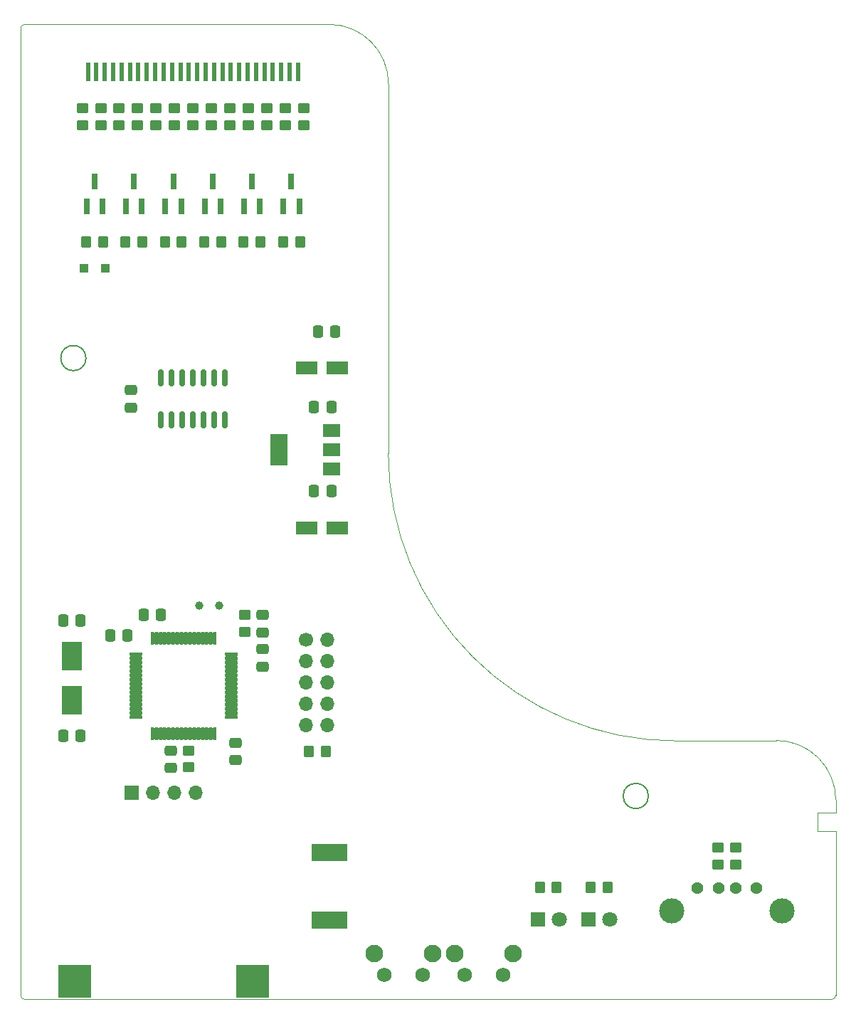
<source format=gbr>
G04 #@! TF.GenerationSoftware,KiCad,Pcbnew,(6.0.0)*
G04 #@! TF.CreationDate,2023-04-15T12:26:28+10:00*
G04 #@! TF.ProjectId,OpenFlops,4f70656e-466c-46f7-9073-2e6b69636164,1*
G04 #@! TF.SameCoordinates,Original*
G04 #@! TF.FileFunction,Soldermask,Top*
G04 #@! TF.FilePolarity,Negative*
%FSLAX46Y46*%
G04 Gerber Fmt 4.6, Leading zero omitted, Abs format (unit mm)*
G04 Created by KiCad (PCBNEW (6.0.0)) date 2023-04-15 12:26:28*
%MOMM*%
%LPD*%
G01*
G04 APERTURE LIST*
G04 Aperture macros list*
%AMRoundRect*
0 Rectangle with rounded corners*
0 $1 Rounding radius*
0 $2 $3 $4 $5 $6 $7 $8 $9 X,Y pos of 4 corners*
0 Add a 4 corners polygon primitive as box body*
4,1,4,$2,$3,$4,$5,$6,$7,$8,$9,$2,$3,0*
0 Add four circle primitives for the rounded corners*
1,1,$1+$1,$2,$3*
1,1,$1+$1,$4,$5*
1,1,$1+$1,$6,$7*
1,1,$1+$1,$8,$9*
0 Add four rect primitives between the rounded corners*
20,1,$1+$1,$2,$3,$4,$5,0*
20,1,$1+$1,$4,$5,$6,$7,0*
20,1,$1+$1,$6,$7,$8,$9,0*
20,1,$1+$1,$8,$9,$2,$3,0*%
G04 Aperture macros list end*
G04 #@! TA.AperFunction,Profile*
%ADD10C,0.050000*%
G04 #@! TD*
G04 #@! TA.AperFunction,Profile*
%ADD11C,0.200000*%
G04 #@! TD*
%ADD12RoundRect,0.250000X-0.350000X-0.450000X0.350000X-0.450000X0.350000X0.450000X-0.350000X0.450000X0*%
%ADD13RoundRect,0.250000X-0.450000X0.350000X-0.450000X-0.350000X0.450000X-0.350000X0.450000X0.350000X0*%
%ADD14RoundRect,0.250000X0.450000X-0.350000X0.450000X0.350000X-0.450000X0.350000X-0.450000X-0.350000X0*%
%ADD15R,0.800000X1.900000*%
%ADD16RoundRect,0.250000X-0.337500X-0.475000X0.337500X-0.475000X0.337500X0.475000X-0.337500X0.475000X0*%
%ADD17RoundRect,0.075000X-0.700000X-0.075000X0.700000X-0.075000X0.700000X0.075000X-0.700000X0.075000X0*%
%ADD18RoundRect,0.075000X-0.075000X-0.700000X0.075000X-0.700000X0.075000X0.700000X-0.075000X0.700000X0*%
%ADD19C,1.428000*%
%ADD20C,3.000000*%
%ADD21RoundRect,0.250000X0.350000X0.450000X-0.350000X0.450000X-0.350000X-0.450000X0.350000X-0.450000X0*%
%ADD22RoundRect,0.250000X0.475000X-0.337500X0.475000X0.337500X-0.475000X0.337500X-0.475000X-0.337500X0*%
%ADD23C,1.000000*%
%ADD24R,1.800000X1.800000*%
%ADD25C,1.800000*%
%ADD26R,4.000000X4.000000*%
%ADD27R,4.200000X2.000000*%
%ADD28R,2.000000X1.500000*%
%ADD29R,2.000000X3.800000*%
%ADD30R,0.600000X2.300000*%
%ADD31RoundRect,0.250000X-1.050000X-0.550000X1.050000X-0.550000X1.050000X0.550000X-1.050000X0.550000X0*%
%ADD32R,2.400000X3.500000*%
%ADD33RoundRect,0.250000X-0.475000X0.337500X-0.475000X-0.337500X0.475000X-0.337500X0.475000X0.337500X0*%
%ADD34R,1.700000X1.700000*%
%ADD35O,1.700000X1.700000*%
%ADD36R,1.000000X1.000000*%
%ADD37C,2.100000*%
%ADD38C,1.750000*%
%ADD39RoundRect,0.250000X0.337500X0.475000X-0.337500X0.475000X-0.337500X-0.475000X0.337500X-0.475000X0*%
%ADD40C,1.700000*%
%ADD41RoundRect,0.150000X0.150000X-0.825000X0.150000X0.825000X-0.150000X0.825000X-0.150000X-0.825000X0*%
G04 APERTURE END LIST*
D10*
X207450002Y-129425000D02*
X205275002Y-129425000D01*
X206973979Y-151605672D02*
G75*
G03*
X207448978Y-151129327I-674J475673D01*
G01*
D11*
X118225005Y-75300000D02*
G75*
G03*
X118225005Y-75300000I-1500005J0D01*
G01*
D10*
X154221823Y-42670673D02*
X154200002Y-86645673D01*
X188400001Y-120845674D02*
X200371621Y-120795672D01*
X207450000Y-131600000D02*
X205275000Y-131600000D01*
X110448671Y-151130873D02*
G75*
G03*
X110925018Y-151605876I475675J672D01*
G01*
X207446620Y-127870673D02*
X207450002Y-129425000D01*
X110923432Y-35605876D02*
X147146823Y-35595673D01*
X110923432Y-35605876D02*
G75*
G03*
X110448432Y-36082225I678J-475678D01*
G01*
X205275002Y-129425000D02*
X205275000Y-131600000D01*
X154200002Y-86645673D02*
G75*
G03*
X188400001Y-120845674I34199996J-5D01*
G01*
X207446620Y-127870673D02*
G75*
G03*
X200371621Y-120795672I-7074998J3D01*
G01*
X154221823Y-42670673D02*
G75*
G03*
X147146823Y-35595673I-7075002J-2D01*
G01*
X207448978Y-151129327D02*
X207450000Y-131600000D01*
X110448671Y-151130873D02*
X110448432Y-36082225D01*
X206973979Y-151605672D02*
X110925018Y-151605876D01*
D11*
X185150005Y-127400000D02*
G75*
G03*
X185150005Y-127400000I-1500005J0D01*
G01*
D10*
X207450002Y-129425000D02*
X205275002Y-129425000D01*
X206973979Y-151605672D02*
G75*
G03*
X207448978Y-151129327I-674J475673D01*
G01*
D11*
X118225005Y-75300000D02*
G75*
G03*
X118225005Y-75300000I-1500005J0D01*
G01*
D10*
X154221823Y-42670673D02*
X154200002Y-86645673D01*
X188400001Y-120845674D02*
X200371621Y-120795672D01*
X207450000Y-131600000D02*
X205275000Y-131600000D01*
X110448671Y-151130873D02*
G75*
G03*
X110925018Y-151605876I475675J672D01*
G01*
X207446620Y-127870673D02*
X207450002Y-129425000D01*
X110923432Y-35605876D02*
X147146823Y-35595673D01*
X110923432Y-35605876D02*
G75*
G03*
X110448432Y-36082225I678J-475678D01*
G01*
X205275002Y-129425000D02*
X205275000Y-131600000D01*
X154200002Y-86645673D02*
G75*
G03*
X188400001Y-120845674I34199996J-5D01*
G01*
X207446620Y-127870673D02*
G75*
G03*
X200371621Y-120795672I-7074998J3D01*
G01*
X154221823Y-42670673D02*
G75*
G03*
X147146823Y-35595673I-7075002J-2D01*
G01*
X207448978Y-151129327D02*
X207450000Y-131600000D01*
X110448671Y-151130873D02*
X110448432Y-36082225D01*
X206973979Y-151605672D02*
X110925018Y-151605876D01*
D11*
X185150005Y-127400000D02*
G75*
G03*
X185150005Y-127400000I-1500005J0D01*
G01*
D12*
X127614144Y-61445673D03*
X129614144Y-61445673D03*
X122932071Y-61445674D03*
X124932071Y-61445674D03*
D13*
X137547853Y-45595674D03*
X137547853Y-47595674D03*
D14*
X122177022Y-47595673D03*
X122177022Y-45595673D03*
D15*
X127664142Y-57245672D03*
X129564142Y-57245672D03*
X128614142Y-54245672D03*
D16*
X115512000Y-120245673D03*
X117587000Y-120245673D03*
D17*
X124164399Y-110545673D03*
X124164399Y-111045673D03*
X124164399Y-111545673D03*
X124164399Y-112045673D03*
X124164399Y-112545673D03*
X124164399Y-113045673D03*
X124164399Y-113545673D03*
X124164399Y-114045673D03*
X124164399Y-114545673D03*
X124164399Y-115045673D03*
X124164399Y-115545673D03*
X124164399Y-116045673D03*
X124164399Y-116545673D03*
X124164399Y-117045673D03*
X124164399Y-117545673D03*
X124164399Y-118045673D03*
D18*
X126089399Y-119970673D03*
X126589399Y-119970673D03*
X127089399Y-119970673D03*
X127589399Y-119970673D03*
X128089399Y-119970673D03*
X128589399Y-119970673D03*
X129089399Y-119970673D03*
X129589399Y-119970673D03*
X130089399Y-119970673D03*
X130589399Y-119970673D03*
X131089399Y-119970673D03*
X131589399Y-119970673D03*
X132089399Y-119970673D03*
X132589399Y-119970673D03*
X133089399Y-119970673D03*
X133589399Y-119970673D03*
D17*
X135514399Y-118045673D03*
X135514399Y-117545673D03*
X135514399Y-117045673D03*
X135514399Y-116545673D03*
X135514399Y-116045673D03*
X135514399Y-115545673D03*
X135514399Y-115045673D03*
X135514399Y-114545673D03*
X135514399Y-114045673D03*
X135514399Y-113545673D03*
X135514399Y-113045673D03*
X135514399Y-112545673D03*
X135514399Y-112045673D03*
X135514399Y-111545673D03*
X135514399Y-111045673D03*
X135514399Y-110545673D03*
D18*
X133589399Y-108620673D03*
X133089399Y-108620673D03*
X132589399Y-108620673D03*
X132089399Y-108620673D03*
X131589399Y-108620673D03*
X131089399Y-108620673D03*
X130589399Y-108620673D03*
X130089399Y-108620673D03*
X129589399Y-108620673D03*
X129089399Y-108620673D03*
X128589399Y-108620673D03*
X128089399Y-108620673D03*
X127589399Y-108620673D03*
X127089399Y-108620673D03*
X126589399Y-108620673D03*
X126089399Y-108620673D03*
D12*
X132296214Y-61445673D03*
X134296214Y-61445673D03*
D19*
X191000000Y-138365000D03*
X193500000Y-138365000D03*
X195500000Y-138365000D03*
X198000000Y-138365000D03*
D20*
X187930000Y-141075000D03*
X201070000Y-141075000D03*
D12*
X136978285Y-61445674D03*
X138978285Y-61445674D03*
D14*
X117785356Y-47595673D03*
X117785356Y-45595673D03*
D21*
X174225000Y-138312499D03*
X172225000Y-138312499D03*
D22*
X139211650Y-107953174D03*
X139211650Y-105878174D03*
D23*
X134050000Y-104775000D03*
D14*
X195525000Y-135574999D03*
X195525000Y-133574999D03*
D15*
X137028285Y-57245673D03*
X138928285Y-57245673D03*
X137978285Y-54245673D03*
D14*
X193425000Y-135575000D03*
X193425000Y-133575000D03*
D16*
X145362501Y-81145673D03*
X147437501Y-81145673D03*
X125062000Y-105845672D03*
X127137000Y-105845672D03*
D24*
X178025000Y-142050000D03*
D25*
X180565000Y-142050000D03*
D26*
X116900000Y-149475000D03*
D13*
X133156186Y-45595674D03*
X133156186Y-47595674D03*
D27*
X147225000Y-134150000D03*
X147225000Y-142150000D03*
D28*
X147450002Y-88495674D03*
D29*
X141150002Y-86195674D03*
D28*
X147450002Y-86195674D03*
X147450002Y-83895674D03*
D21*
X180275000Y-138312501D03*
X178275000Y-138312501D03*
D14*
X135352020Y-47595674D03*
X135352020Y-45595674D03*
D30*
X143460356Y-41255674D03*
X142460356Y-41255674D03*
X141460356Y-41255674D03*
X140460356Y-41255674D03*
X139460356Y-41255674D03*
X138460356Y-41255674D03*
X137460356Y-41255674D03*
X136460356Y-41255674D03*
X135460356Y-41255674D03*
X134460356Y-41255674D03*
X133460356Y-41255674D03*
X132460356Y-41255674D03*
X131460356Y-41255674D03*
X130460356Y-41255674D03*
X129460356Y-41255674D03*
X128460356Y-41255674D03*
X127460356Y-41255674D03*
X126460356Y-41255674D03*
X125460356Y-41255674D03*
X124460356Y-41255674D03*
X123460356Y-41255674D03*
X122460356Y-41255674D03*
X121460356Y-41255674D03*
X120460356Y-41255674D03*
X119460356Y-41255674D03*
X118460356Y-41255674D03*
D14*
X130960353Y-47595673D03*
X130960353Y-45595673D03*
D31*
X144500001Y-76445674D03*
X148100001Y-76445674D03*
D32*
X116549500Y-110795673D03*
X116549500Y-115995673D03*
D13*
X119981188Y-45595673D03*
X119981188Y-47595673D03*
D15*
X118300000Y-57245673D03*
X120200000Y-57245673D03*
X119250000Y-54245673D03*
X122982072Y-57245673D03*
X124882072Y-57245673D03*
X123932072Y-54245673D03*
D31*
X144500001Y-95495673D03*
X148100001Y-95495673D03*
D33*
X136049501Y-121058175D03*
X136049501Y-123133175D03*
D13*
X141939518Y-45595673D03*
X141939518Y-47595673D03*
D14*
X139743686Y-47595673D03*
X139743686Y-45595673D03*
X130425000Y-124000000D03*
X130425000Y-122000000D03*
D13*
X124372855Y-45595673D03*
X124372855Y-47595673D03*
D34*
X123662500Y-127000000D03*
D35*
X126202500Y-127000000D03*
X128742500Y-127000000D03*
X131282500Y-127000000D03*
D16*
X145812502Y-72145674D03*
X147887502Y-72145674D03*
X115512000Y-106545673D03*
X117587000Y-106545673D03*
D26*
X138050000Y-149450000D03*
D36*
X120500001Y-64645673D03*
X118000001Y-64645673D03*
D14*
X126568689Y-47595673D03*
X126568689Y-45595673D03*
X144135356Y-47595674D03*
X144135356Y-45595674D03*
D23*
X131700000Y-104750000D03*
D37*
X169075000Y-146172500D03*
X162065000Y-146172500D03*
D38*
X167825000Y-148662500D03*
X163325000Y-148662500D03*
D24*
X171975000Y-142075000D03*
D25*
X174515000Y-142075000D03*
D21*
X146761649Y-122095673D03*
X144761649Y-122095673D03*
D39*
X123187001Y-108295672D03*
X121112001Y-108295672D03*
D15*
X132346214Y-57245673D03*
X134246214Y-57245673D03*
X133296214Y-54245673D03*
D16*
X145362501Y-91145673D03*
X147437501Y-91145673D03*
D12*
X141700001Y-61445673D03*
X143700001Y-61445673D03*
D33*
X128275000Y-121987500D03*
X128275000Y-124062500D03*
D40*
X144436649Y-108815673D03*
D35*
X146976649Y-108815673D03*
X144436649Y-111355673D03*
X146976649Y-111355673D03*
X144436649Y-113895673D03*
X146976649Y-113895673D03*
X144436649Y-116435673D03*
X146976649Y-116435673D03*
X144436649Y-118975673D03*
X146976649Y-118975673D03*
D37*
X159500000Y-146160000D03*
X152490000Y-146160000D03*
D38*
X158250000Y-148650000D03*
X153750000Y-148650000D03*
D33*
X123550001Y-79108173D03*
X123550001Y-81183173D03*
D41*
X127090001Y-82620673D03*
X128360001Y-82620673D03*
X129630001Y-82620673D03*
X130900001Y-82620673D03*
X132170001Y-82620673D03*
X133440001Y-82620673D03*
X134710001Y-82620673D03*
X134710001Y-77670673D03*
X133440001Y-77670673D03*
X132170001Y-77670673D03*
X130900001Y-77670673D03*
X129630001Y-77670673D03*
X128360001Y-77670673D03*
X127090001Y-77670673D03*
D12*
X118250001Y-61445674D03*
X120250001Y-61445674D03*
D33*
X139211650Y-109953174D03*
X139211650Y-112028174D03*
D15*
X141710356Y-57245673D03*
X143610356Y-57245673D03*
X142660356Y-54245673D03*
D13*
X137100000Y-105850000D03*
X137100000Y-107850000D03*
X128764521Y-45595674D03*
X128764521Y-47595674D03*
G36*
X128445678Y-119247242D02*
G01*
X128445846Y-119248516D01*
X128441399Y-119270872D01*
X128441399Y-120670474D01*
X128445846Y-120692830D01*
X128445203Y-120694724D01*
X128443241Y-120695114D01*
X128442221Y-120694331D01*
X128441830Y-120693746D01*
X128388454Y-120649138D01*
X128319739Y-120640506D01*
X128257109Y-120670470D01*
X128237057Y-120693613D01*
X128236577Y-120694331D01*
X128234783Y-120695216D01*
X128233120Y-120694104D01*
X128232952Y-120692830D01*
X128237399Y-120670474D01*
X128237399Y-119270872D01*
X128232952Y-119248516D01*
X128233595Y-119246622D01*
X128235557Y-119246232D01*
X128236577Y-119247015D01*
X128236968Y-119247600D01*
X128290344Y-119292208D01*
X128359059Y-119300840D01*
X128421689Y-119270876D01*
X128441741Y-119247733D01*
X128442221Y-119247015D01*
X128444015Y-119246130D01*
X128445678Y-119247242D01*
G37*
G36*
X132945678Y-119247242D02*
G01*
X132945846Y-119248516D01*
X132941399Y-119270872D01*
X132941399Y-120670474D01*
X132945846Y-120692830D01*
X132945203Y-120694724D01*
X132943241Y-120695114D01*
X132942221Y-120694331D01*
X132941830Y-120693746D01*
X132888454Y-120649138D01*
X132819739Y-120640506D01*
X132757109Y-120670470D01*
X132737057Y-120693613D01*
X132736577Y-120694331D01*
X132734783Y-120695216D01*
X132733120Y-120694104D01*
X132732952Y-120692830D01*
X132737399Y-120670474D01*
X132737399Y-119270872D01*
X132732952Y-119248516D01*
X132733595Y-119246622D01*
X132735557Y-119246232D01*
X132736577Y-119247015D01*
X132736968Y-119247600D01*
X132790344Y-119292208D01*
X132859059Y-119300840D01*
X132921689Y-119270876D01*
X132941741Y-119247733D01*
X132942221Y-119247015D01*
X132944015Y-119246130D01*
X132945678Y-119247242D01*
G37*
G36*
X128945678Y-119247242D02*
G01*
X128945846Y-119248516D01*
X128941399Y-119270872D01*
X128941399Y-120670474D01*
X128945846Y-120692830D01*
X128945203Y-120694724D01*
X128943241Y-120695114D01*
X128942221Y-120694331D01*
X128941830Y-120693746D01*
X128888454Y-120649138D01*
X128819739Y-120640506D01*
X128757109Y-120670470D01*
X128737057Y-120693613D01*
X128736577Y-120694331D01*
X128734783Y-120695216D01*
X128733120Y-120694104D01*
X128732952Y-120692830D01*
X128737399Y-120670474D01*
X128737399Y-119270872D01*
X128732952Y-119248516D01*
X128733595Y-119246622D01*
X128735557Y-119246232D01*
X128736577Y-119247015D01*
X128736968Y-119247600D01*
X128790344Y-119292208D01*
X128859059Y-119300840D01*
X128921689Y-119270876D01*
X128941741Y-119247733D01*
X128942221Y-119247015D01*
X128944015Y-119246130D01*
X128945678Y-119247242D01*
G37*
G36*
X129445678Y-119247242D02*
G01*
X129445846Y-119248516D01*
X129441399Y-119270872D01*
X129441399Y-120670474D01*
X129445846Y-120692830D01*
X129445203Y-120694724D01*
X129443241Y-120695114D01*
X129442221Y-120694331D01*
X129441830Y-120693746D01*
X129388454Y-120649138D01*
X129319739Y-120640506D01*
X129257109Y-120670470D01*
X129237057Y-120693613D01*
X129236577Y-120694331D01*
X129234783Y-120695216D01*
X129233120Y-120694104D01*
X129232952Y-120692830D01*
X129237399Y-120670474D01*
X129237399Y-119270872D01*
X129232952Y-119248516D01*
X129233595Y-119246622D01*
X129235557Y-119246232D01*
X129236577Y-119247015D01*
X129236968Y-119247600D01*
X129290344Y-119292208D01*
X129359059Y-119300840D01*
X129421689Y-119270876D01*
X129441741Y-119247733D01*
X129442221Y-119247015D01*
X129444015Y-119246130D01*
X129445678Y-119247242D01*
G37*
G36*
X131945678Y-119247242D02*
G01*
X131945846Y-119248516D01*
X131941399Y-119270872D01*
X131941399Y-120670474D01*
X131945846Y-120692830D01*
X131945203Y-120694724D01*
X131943241Y-120695114D01*
X131942221Y-120694331D01*
X131941830Y-120693746D01*
X131888454Y-120649138D01*
X131819739Y-120640506D01*
X131757109Y-120670470D01*
X131737057Y-120693613D01*
X131736577Y-120694331D01*
X131734783Y-120695216D01*
X131733120Y-120694104D01*
X131732952Y-120692830D01*
X131737399Y-120670474D01*
X131737399Y-119270872D01*
X131732952Y-119248516D01*
X131733595Y-119246622D01*
X131735557Y-119246232D01*
X131736577Y-119247015D01*
X131736968Y-119247600D01*
X131790344Y-119292208D01*
X131859059Y-119300840D01*
X131921689Y-119270876D01*
X131941741Y-119247733D01*
X131942221Y-119247015D01*
X131944015Y-119246130D01*
X131945678Y-119247242D01*
G37*
G36*
X127445678Y-119247242D02*
G01*
X127445846Y-119248516D01*
X127441399Y-119270872D01*
X127441399Y-120670474D01*
X127445846Y-120692830D01*
X127445203Y-120694724D01*
X127443241Y-120695114D01*
X127442221Y-120694331D01*
X127441830Y-120693746D01*
X127388454Y-120649138D01*
X127319739Y-120640506D01*
X127257109Y-120670470D01*
X127237057Y-120693613D01*
X127236577Y-120694331D01*
X127234783Y-120695216D01*
X127233120Y-120694104D01*
X127232952Y-120692830D01*
X127237399Y-120670474D01*
X127237399Y-119270872D01*
X127232952Y-119248516D01*
X127233595Y-119246622D01*
X127235557Y-119246232D01*
X127236577Y-119247015D01*
X127236968Y-119247600D01*
X127290344Y-119292208D01*
X127359059Y-119300840D01*
X127421689Y-119270876D01*
X127441741Y-119247733D01*
X127442221Y-119247015D01*
X127444015Y-119246130D01*
X127445678Y-119247242D01*
G37*
G36*
X126945678Y-119247242D02*
G01*
X126945846Y-119248516D01*
X126941399Y-119270872D01*
X126941399Y-120670474D01*
X126945846Y-120692830D01*
X126945203Y-120694724D01*
X126943241Y-120695114D01*
X126942221Y-120694331D01*
X126941830Y-120693746D01*
X126888454Y-120649138D01*
X126819739Y-120640506D01*
X126757109Y-120670470D01*
X126737057Y-120693613D01*
X126736577Y-120694331D01*
X126734783Y-120695216D01*
X126733120Y-120694104D01*
X126732952Y-120692830D01*
X126737399Y-120670474D01*
X126737399Y-119270872D01*
X126732952Y-119248516D01*
X126733595Y-119246622D01*
X126735557Y-119246232D01*
X126736577Y-119247015D01*
X126736968Y-119247600D01*
X126790344Y-119292208D01*
X126859059Y-119300840D01*
X126921689Y-119270876D01*
X126941741Y-119247733D01*
X126942221Y-119247015D01*
X126944015Y-119246130D01*
X126945678Y-119247242D01*
G37*
G36*
X127945678Y-119247242D02*
G01*
X127945846Y-119248516D01*
X127941399Y-119270872D01*
X127941399Y-120670474D01*
X127945846Y-120692830D01*
X127945203Y-120694724D01*
X127943241Y-120695114D01*
X127942221Y-120694331D01*
X127941830Y-120693746D01*
X127888454Y-120649138D01*
X127819739Y-120640506D01*
X127757109Y-120670470D01*
X127737057Y-120693613D01*
X127736577Y-120694331D01*
X127734783Y-120695216D01*
X127733120Y-120694104D01*
X127732952Y-120692830D01*
X127737399Y-120670474D01*
X127737399Y-119270872D01*
X127732952Y-119248516D01*
X127733595Y-119246622D01*
X127735557Y-119246232D01*
X127736577Y-119247015D01*
X127736968Y-119247600D01*
X127790344Y-119292208D01*
X127859059Y-119300840D01*
X127921689Y-119270876D01*
X127941741Y-119247733D01*
X127942221Y-119247015D01*
X127944015Y-119246130D01*
X127945678Y-119247242D01*
G37*
G36*
X129945678Y-119247242D02*
G01*
X129945846Y-119248516D01*
X129941399Y-119270872D01*
X129941399Y-120670474D01*
X129945846Y-120692830D01*
X129945203Y-120694724D01*
X129943241Y-120695114D01*
X129942221Y-120694331D01*
X129941830Y-120693746D01*
X129888454Y-120649138D01*
X129819739Y-120640506D01*
X129757109Y-120670470D01*
X129737057Y-120693613D01*
X129736577Y-120694331D01*
X129734783Y-120695216D01*
X129733120Y-120694104D01*
X129732952Y-120692830D01*
X129737399Y-120670474D01*
X129737399Y-119270872D01*
X129732952Y-119248516D01*
X129733595Y-119246622D01*
X129735557Y-119246232D01*
X129736577Y-119247015D01*
X129736968Y-119247600D01*
X129790344Y-119292208D01*
X129859059Y-119300840D01*
X129921689Y-119270876D01*
X129941741Y-119247733D01*
X129942221Y-119247015D01*
X129944015Y-119246130D01*
X129945678Y-119247242D01*
G37*
G36*
X130945678Y-119247242D02*
G01*
X130945846Y-119248516D01*
X130941399Y-119270872D01*
X130941399Y-120670474D01*
X130945846Y-120692830D01*
X130945203Y-120694724D01*
X130943241Y-120695114D01*
X130942221Y-120694331D01*
X130941830Y-120693746D01*
X130888454Y-120649138D01*
X130819739Y-120640506D01*
X130757109Y-120670470D01*
X130737057Y-120693613D01*
X130736577Y-120694331D01*
X130734783Y-120695216D01*
X130733120Y-120694104D01*
X130732952Y-120692830D01*
X130737399Y-120670474D01*
X130737399Y-119270872D01*
X130732952Y-119248516D01*
X130733595Y-119246622D01*
X130735557Y-119246232D01*
X130736577Y-119247015D01*
X130736968Y-119247600D01*
X130790344Y-119292208D01*
X130859059Y-119300840D01*
X130921689Y-119270876D01*
X130941741Y-119247733D01*
X130942221Y-119247015D01*
X130944015Y-119246130D01*
X130945678Y-119247242D01*
G37*
G36*
X133445678Y-119247242D02*
G01*
X133445846Y-119248516D01*
X133441399Y-119270872D01*
X133441399Y-120670474D01*
X133445846Y-120692830D01*
X133445203Y-120694724D01*
X133443241Y-120695114D01*
X133442221Y-120694331D01*
X133441830Y-120693746D01*
X133388454Y-120649138D01*
X133319739Y-120640506D01*
X133257109Y-120670470D01*
X133237057Y-120693613D01*
X133236577Y-120694331D01*
X133234783Y-120695216D01*
X133233120Y-120694104D01*
X133232952Y-120692830D01*
X133237399Y-120670474D01*
X133237399Y-119270872D01*
X133232952Y-119248516D01*
X133233595Y-119246622D01*
X133235557Y-119246232D01*
X133236577Y-119247015D01*
X133236968Y-119247600D01*
X133290344Y-119292208D01*
X133359059Y-119300840D01*
X133421689Y-119270876D01*
X133441741Y-119247733D01*
X133442221Y-119247015D01*
X133444015Y-119246130D01*
X133445678Y-119247242D01*
G37*
G36*
X126445678Y-119247242D02*
G01*
X126445846Y-119248516D01*
X126441399Y-119270872D01*
X126441399Y-120670474D01*
X126445846Y-120692830D01*
X126445203Y-120694724D01*
X126443241Y-120695114D01*
X126442221Y-120694331D01*
X126441830Y-120693746D01*
X126388454Y-120649138D01*
X126319739Y-120640506D01*
X126257109Y-120670470D01*
X126237057Y-120693613D01*
X126236577Y-120694331D01*
X126234783Y-120695216D01*
X126233120Y-120694104D01*
X126232952Y-120692830D01*
X126237399Y-120670474D01*
X126237399Y-119270872D01*
X126232952Y-119248516D01*
X126233595Y-119246622D01*
X126235557Y-119246232D01*
X126236577Y-119247015D01*
X126236968Y-119247600D01*
X126290344Y-119292208D01*
X126359059Y-119300840D01*
X126421689Y-119270876D01*
X126441741Y-119247733D01*
X126442221Y-119247015D01*
X126444015Y-119246130D01*
X126445678Y-119247242D01*
G37*
G36*
X130445678Y-119247242D02*
G01*
X130445846Y-119248516D01*
X130441399Y-119270872D01*
X130441399Y-120670474D01*
X130445846Y-120692830D01*
X130445203Y-120694724D01*
X130443241Y-120695114D01*
X130442221Y-120694331D01*
X130441830Y-120693746D01*
X130388454Y-120649138D01*
X130319739Y-120640506D01*
X130257109Y-120670470D01*
X130237057Y-120693613D01*
X130236577Y-120694331D01*
X130234783Y-120695216D01*
X130233120Y-120694104D01*
X130232952Y-120692830D01*
X130237399Y-120670474D01*
X130237399Y-119270872D01*
X130232952Y-119248516D01*
X130233595Y-119246622D01*
X130235557Y-119246232D01*
X130236577Y-119247015D01*
X130236968Y-119247600D01*
X130290344Y-119292208D01*
X130359059Y-119300840D01*
X130421689Y-119270876D01*
X130441741Y-119247733D01*
X130442221Y-119247015D01*
X130444015Y-119246130D01*
X130445678Y-119247242D01*
G37*
G36*
X131445678Y-119247242D02*
G01*
X131445846Y-119248516D01*
X131441399Y-119270872D01*
X131441399Y-120670474D01*
X131445846Y-120692830D01*
X131445203Y-120694724D01*
X131443241Y-120695114D01*
X131442221Y-120694331D01*
X131441830Y-120693746D01*
X131388454Y-120649138D01*
X131319739Y-120640506D01*
X131257109Y-120670470D01*
X131237057Y-120693613D01*
X131236577Y-120694331D01*
X131234783Y-120695216D01*
X131233120Y-120694104D01*
X131232952Y-120692830D01*
X131237399Y-120670474D01*
X131237399Y-119270872D01*
X131232952Y-119248516D01*
X131233595Y-119246622D01*
X131235557Y-119246232D01*
X131236577Y-119247015D01*
X131236968Y-119247600D01*
X131290344Y-119292208D01*
X131359059Y-119300840D01*
X131421689Y-119270876D01*
X131441741Y-119247733D01*
X131442221Y-119247015D01*
X131444015Y-119246130D01*
X131445678Y-119247242D01*
G37*
G36*
X132445678Y-119247242D02*
G01*
X132445846Y-119248516D01*
X132441399Y-119270872D01*
X132441399Y-120670474D01*
X132445846Y-120692830D01*
X132445203Y-120694724D01*
X132443241Y-120695114D01*
X132442221Y-120694331D01*
X132441830Y-120693746D01*
X132388454Y-120649138D01*
X132319739Y-120640506D01*
X132257109Y-120670470D01*
X132237057Y-120693613D01*
X132236577Y-120694331D01*
X132234783Y-120695216D01*
X132233120Y-120694104D01*
X132232952Y-120692830D01*
X132237399Y-120670474D01*
X132237399Y-119270872D01*
X132232952Y-119248516D01*
X132233595Y-119246622D01*
X132235557Y-119246232D01*
X132236577Y-119247015D01*
X132236968Y-119247600D01*
X132290344Y-119292208D01*
X132359059Y-119300840D01*
X132421689Y-119270876D01*
X132441741Y-119247733D01*
X132442221Y-119247015D01*
X132444015Y-119246130D01*
X132445678Y-119247242D01*
G37*
G36*
X124888450Y-117689869D02*
G01*
X124888840Y-117691831D01*
X124888057Y-117692851D01*
X124887472Y-117693242D01*
X124842864Y-117746618D01*
X124834232Y-117815333D01*
X124864196Y-117877963D01*
X124887339Y-117898015D01*
X124888057Y-117898495D01*
X124888942Y-117900289D01*
X124887830Y-117901952D01*
X124886556Y-117902120D01*
X124864200Y-117897673D01*
X123464598Y-117897673D01*
X123442242Y-117902120D01*
X123440348Y-117901477D01*
X123439958Y-117899515D01*
X123440741Y-117898495D01*
X123441326Y-117898104D01*
X123485934Y-117844728D01*
X123494566Y-117776013D01*
X123464602Y-117713383D01*
X123441459Y-117693331D01*
X123440741Y-117692851D01*
X123439856Y-117691057D01*
X123440968Y-117689394D01*
X123442242Y-117689226D01*
X123464598Y-117693673D01*
X124864200Y-117693673D01*
X124886556Y-117689226D01*
X124888450Y-117689869D01*
G37*
G36*
X136238450Y-117689869D02*
G01*
X136238840Y-117691831D01*
X136238057Y-117692851D01*
X136237472Y-117693242D01*
X136192864Y-117746618D01*
X136184232Y-117815333D01*
X136214196Y-117877963D01*
X136237339Y-117898015D01*
X136238057Y-117898495D01*
X136238942Y-117900289D01*
X136237830Y-117901952D01*
X136236556Y-117902120D01*
X136214200Y-117897673D01*
X134814598Y-117897673D01*
X134792242Y-117902120D01*
X134790348Y-117901477D01*
X134789958Y-117899515D01*
X134790741Y-117898495D01*
X134791326Y-117898104D01*
X134835934Y-117844728D01*
X134844566Y-117776013D01*
X134814602Y-117713383D01*
X134791459Y-117693331D01*
X134790741Y-117692851D01*
X134789856Y-117691057D01*
X134790968Y-117689394D01*
X134792242Y-117689226D01*
X134814598Y-117693673D01*
X136214200Y-117693673D01*
X136236556Y-117689226D01*
X136238450Y-117689869D01*
G37*
G36*
X136238450Y-117189869D02*
G01*
X136238840Y-117191831D01*
X136238057Y-117192851D01*
X136237472Y-117193242D01*
X136192864Y-117246618D01*
X136184232Y-117315333D01*
X136214196Y-117377963D01*
X136237339Y-117398015D01*
X136238057Y-117398495D01*
X136238942Y-117400289D01*
X136237830Y-117401952D01*
X136236556Y-117402120D01*
X136214200Y-117397673D01*
X134814598Y-117397673D01*
X134792242Y-117402120D01*
X134790348Y-117401477D01*
X134789958Y-117399515D01*
X134790741Y-117398495D01*
X134791326Y-117398104D01*
X134835934Y-117344728D01*
X134844566Y-117276013D01*
X134814602Y-117213383D01*
X134791459Y-117193331D01*
X134790741Y-117192851D01*
X134789856Y-117191057D01*
X134790968Y-117189394D01*
X134792242Y-117189226D01*
X134814598Y-117193673D01*
X136214200Y-117193673D01*
X136236556Y-117189226D01*
X136238450Y-117189869D01*
G37*
G36*
X124888450Y-117189869D02*
G01*
X124888840Y-117191831D01*
X124888057Y-117192851D01*
X124887472Y-117193242D01*
X124842864Y-117246618D01*
X124834232Y-117315333D01*
X124864196Y-117377963D01*
X124887339Y-117398015D01*
X124888057Y-117398495D01*
X124888942Y-117400289D01*
X124887830Y-117401952D01*
X124886556Y-117402120D01*
X124864200Y-117397673D01*
X123464598Y-117397673D01*
X123442242Y-117402120D01*
X123440348Y-117401477D01*
X123439958Y-117399515D01*
X123440741Y-117398495D01*
X123441326Y-117398104D01*
X123485934Y-117344728D01*
X123494566Y-117276013D01*
X123464602Y-117213383D01*
X123441459Y-117193331D01*
X123440741Y-117192851D01*
X123439856Y-117191057D01*
X123440968Y-117189394D01*
X123442242Y-117189226D01*
X123464598Y-117193673D01*
X124864200Y-117193673D01*
X124886556Y-117189226D01*
X124888450Y-117189869D01*
G37*
G36*
X136238450Y-116689869D02*
G01*
X136238840Y-116691831D01*
X136238057Y-116692851D01*
X136237472Y-116693242D01*
X136192864Y-116746618D01*
X136184232Y-116815333D01*
X136214196Y-116877963D01*
X136237339Y-116898015D01*
X136238057Y-116898495D01*
X136238942Y-116900289D01*
X136237830Y-116901952D01*
X136236556Y-116902120D01*
X136214200Y-116897673D01*
X134814598Y-116897673D01*
X134792242Y-116902120D01*
X134790348Y-116901477D01*
X134789958Y-116899515D01*
X134790741Y-116898495D01*
X134791326Y-116898104D01*
X134835934Y-116844728D01*
X134844566Y-116776013D01*
X134814602Y-116713383D01*
X134791459Y-116693331D01*
X134790741Y-116692851D01*
X134789856Y-116691057D01*
X134790968Y-116689394D01*
X134792242Y-116689226D01*
X134814598Y-116693673D01*
X136214200Y-116693673D01*
X136236556Y-116689226D01*
X136238450Y-116689869D01*
G37*
G36*
X124888450Y-116689869D02*
G01*
X124888840Y-116691831D01*
X124888057Y-116692851D01*
X124887472Y-116693242D01*
X124842864Y-116746618D01*
X124834232Y-116815333D01*
X124864196Y-116877963D01*
X124887339Y-116898015D01*
X124888057Y-116898495D01*
X124888942Y-116900289D01*
X124887830Y-116901952D01*
X124886556Y-116902120D01*
X124864200Y-116897673D01*
X123464598Y-116897673D01*
X123442242Y-116902120D01*
X123440348Y-116901477D01*
X123439958Y-116899515D01*
X123440741Y-116898495D01*
X123441326Y-116898104D01*
X123485934Y-116844728D01*
X123494566Y-116776013D01*
X123464602Y-116713383D01*
X123441459Y-116693331D01*
X123440741Y-116692851D01*
X123439856Y-116691057D01*
X123440968Y-116689394D01*
X123442242Y-116689226D01*
X123464598Y-116693673D01*
X124864200Y-116693673D01*
X124886556Y-116689226D01*
X124888450Y-116689869D01*
G37*
G36*
X124888450Y-116189869D02*
G01*
X124888840Y-116191831D01*
X124888057Y-116192851D01*
X124887472Y-116193242D01*
X124842864Y-116246618D01*
X124834232Y-116315333D01*
X124864196Y-116377963D01*
X124887339Y-116398015D01*
X124888057Y-116398495D01*
X124888942Y-116400289D01*
X124887830Y-116401952D01*
X124886556Y-116402120D01*
X124864200Y-116397673D01*
X123464598Y-116397673D01*
X123442242Y-116402120D01*
X123440348Y-116401477D01*
X123439958Y-116399515D01*
X123440741Y-116398495D01*
X123441326Y-116398104D01*
X123485934Y-116344728D01*
X123494566Y-116276013D01*
X123464602Y-116213383D01*
X123441459Y-116193331D01*
X123440741Y-116192851D01*
X123439856Y-116191057D01*
X123440968Y-116189394D01*
X123442242Y-116189226D01*
X123464598Y-116193673D01*
X124864200Y-116193673D01*
X124886556Y-116189226D01*
X124888450Y-116189869D01*
G37*
G36*
X136238450Y-116189869D02*
G01*
X136238840Y-116191831D01*
X136238057Y-116192851D01*
X136237472Y-116193242D01*
X136192864Y-116246618D01*
X136184232Y-116315333D01*
X136214196Y-116377963D01*
X136237339Y-116398015D01*
X136238057Y-116398495D01*
X136238942Y-116400289D01*
X136237830Y-116401952D01*
X136236556Y-116402120D01*
X136214200Y-116397673D01*
X134814598Y-116397673D01*
X134792242Y-116402120D01*
X134790348Y-116401477D01*
X134789958Y-116399515D01*
X134790741Y-116398495D01*
X134791326Y-116398104D01*
X134835934Y-116344728D01*
X134844566Y-116276013D01*
X134814602Y-116213383D01*
X134791459Y-116193331D01*
X134790741Y-116192851D01*
X134789856Y-116191057D01*
X134790968Y-116189394D01*
X134792242Y-116189226D01*
X134814598Y-116193673D01*
X136214200Y-116193673D01*
X136236556Y-116189226D01*
X136238450Y-116189869D01*
G37*
G36*
X124888450Y-115689869D02*
G01*
X124888840Y-115691831D01*
X124888057Y-115692851D01*
X124887472Y-115693242D01*
X124842864Y-115746618D01*
X124834232Y-115815333D01*
X124864196Y-115877963D01*
X124887339Y-115898015D01*
X124888057Y-115898495D01*
X124888942Y-115900289D01*
X124887830Y-115901952D01*
X124886556Y-115902120D01*
X124864200Y-115897673D01*
X123464598Y-115897673D01*
X123442242Y-115902120D01*
X123440348Y-115901477D01*
X123439958Y-115899515D01*
X123440741Y-115898495D01*
X123441326Y-115898104D01*
X123485934Y-115844728D01*
X123494566Y-115776013D01*
X123464602Y-115713383D01*
X123441459Y-115693331D01*
X123440741Y-115692851D01*
X123439856Y-115691057D01*
X123440968Y-115689394D01*
X123442242Y-115689226D01*
X123464598Y-115693673D01*
X124864200Y-115693673D01*
X124886556Y-115689226D01*
X124888450Y-115689869D01*
G37*
G36*
X136238450Y-115689869D02*
G01*
X136238840Y-115691831D01*
X136238057Y-115692851D01*
X136237472Y-115693242D01*
X136192864Y-115746618D01*
X136184232Y-115815333D01*
X136214196Y-115877963D01*
X136237339Y-115898015D01*
X136238057Y-115898495D01*
X136238942Y-115900289D01*
X136237830Y-115901952D01*
X136236556Y-115902120D01*
X136214200Y-115897673D01*
X134814598Y-115897673D01*
X134792242Y-115902120D01*
X134790348Y-115901477D01*
X134789958Y-115899515D01*
X134790741Y-115898495D01*
X134791326Y-115898104D01*
X134835934Y-115844728D01*
X134844566Y-115776013D01*
X134814602Y-115713383D01*
X134791459Y-115693331D01*
X134790741Y-115692851D01*
X134789856Y-115691057D01*
X134790968Y-115689394D01*
X134792242Y-115689226D01*
X134814598Y-115693673D01*
X136214200Y-115693673D01*
X136236556Y-115689226D01*
X136238450Y-115689869D01*
G37*
G36*
X136238450Y-115189869D02*
G01*
X136238840Y-115191831D01*
X136238057Y-115192851D01*
X136237472Y-115193242D01*
X136192864Y-115246618D01*
X136184232Y-115315333D01*
X136214196Y-115377963D01*
X136237339Y-115398015D01*
X136238057Y-115398495D01*
X136238942Y-115400289D01*
X136237830Y-115401952D01*
X136236556Y-115402120D01*
X136214200Y-115397673D01*
X134814598Y-115397673D01*
X134792242Y-115402120D01*
X134790348Y-115401477D01*
X134789958Y-115399515D01*
X134790741Y-115398495D01*
X134791326Y-115398104D01*
X134835934Y-115344728D01*
X134844566Y-115276013D01*
X134814602Y-115213383D01*
X134791459Y-115193331D01*
X134790741Y-115192851D01*
X134789856Y-115191057D01*
X134790968Y-115189394D01*
X134792242Y-115189226D01*
X134814598Y-115193673D01*
X136214200Y-115193673D01*
X136236556Y-115189226D01*
X136238450Y-115189869D01*
G37*
G36*
X124888450Y-115189869D02*
G01*
X124888840Y-115191831D01*
X124888057Y-115192851D01*
X124887472Y-115193242D01*
X124842864Y-115246618D01*
X124834232Y-115315333D01*
X124864196Y-115377963D01*
X124887339Y-115398015D01*
X124888057Y-115398495D01*
X124888942Y-115400289D01*
X124887830Y-115401952D01*
X124886556Y-115402120D01*
X124864200Y-115397673D01*
X123464598Y-115397673D01*
X123442242Y-115402120D01*
X123440348Y-115401477D01*
X123439958Y-115399515D01*
X123440741Y-115398495D01*
X123441326Y-115398104D01*
X123485934Y-115344728D01*
X123494566Y-115276013D01*
X123464602Y-115213383D01*
X123441459Y-115193331D01*
X123440741Y-115192851D01*
X123439856Y-115191057D01*
X123440968Y-115189394D01*
X123442242Y-115189226D01*
X123464598Y-115193673D01*
X124864200Y-115193673D01*
X124886556Y-115189226D01*
X124888450Y-115189869D01*
G37*
G36*
X136238450Y-114689869D02*
G01*
X136238840Y-114691831D01*
X136238057Y-114692851D01*
X136237472Y-114693242D01*
X136192864Y-114746618D01*
X136184232Y-114815333D01*
X136214196Y-114877963D01*
X136237339Y-114898015D01*
X136238057Y-114898495D01*
X136238942Y-114900289D01*
X136237830Y-114901952D01*
X136236556Y-114902120D01*
X136214200Y-114897673D01*
X134814598Y-114897673D01*
X134792242Y-114902120D01*
X134790348Y-114901477D01*
X134789958Y-114899515D01*
X134790741Y-114898495D01*
X134791326Y-114898104D01*
X134835934Y-114844728D01*
X134844566Y-114776013D01*
X134814602Y-114713383D01*
X134791459Y-114693331D01*
X134790741Y-114692851D01*
X134789856Y-114691057D01*
X134790968Y-114689394D01*
X134792242Y-114689226D01*
X134814598Y-114693673D01*
X136214200Y-114693673D01*
X136236556Y-114689226D01*
X136238450Y-114689869D01*
G37*
G36*
X124888450Y-114689869D02*
G01*
X124888840Y-114691831D01*
X124888057Y-114692851D01*
X124887472Y-114693242D01*
X124842864Y-114746618D01*
X124834232Y-114815333D01*
X124864196Y-114877963D01*
X124887339Y-114898015D01*
X124888057Y-114898495D01*
X124888942Y-114900289D01*
X124887830Y-114901952D01*
X124886556Y-114902120D01*
X124864200Y-114897673D01*
X123464598Y-114897673D01*
X123442242Y-114902120D01*
X123440348Y-114901477D01*
X123439958Y-114899515D01*
X123440741Y-114898495D01*
X123441326Y-114898104D01*
X123485934Y-114844728D01*
X123494566Y-114776013D01*
X123464602Y-114713383D01*
X123441459Y-114693331D01*
X123440741Y-114692851D01*
X123439856Y-114691057D01*
X123440968Y-114689394D01*
X123442242Y-114689226D01*
X123464598Y-114693673D01*
X124864200Y-114693673D01*
X124886556Y-114689226D01*
X124888450Y-114689869D01*
G37*
G36*
X136238450Y-114189869D02*
G01*
X136238840Y-114191831D01*
X136238057Y-114192851D01*
X136237472Y-114193242D01*
X136192864Y-114246618D01*
X136184232Y-114315333D01*
X136214196Y-114377963D01*
X136237339Y-114398015D01*
X136238057Y-114398495D01*
X136238942Y-114400289D01*
X136237830Y-114401952D01*
X136236556Y-114402120D01*
X136214200Y-114397673D01*
X134814598Y-114397673D01*
X134792242Y-114402120D01*
X134790348Y-114401477D01*
X134789958Y-114399515D01*
X134790741Y-114398495D01*
X134791326Y-114398104D01*
X134835934Y-114344728D01*
X134844566Y-114276013D01*
X134814602Y-114213383D01*
X134791459Y-114193331D01*
X134790741Y-114192851D01*
X134789856Y-114191057D01*
X134790968Y-114189394D01*
X134792242Y-114189226D01*
X134814598Y-114193673D01*
X136214200Y-114193673D01*
X136236556Y-114189226D01*
X136238450Y-114189869D01*
G37*
G36*
X124888450Y-114189869D02*
G01*
X124888840Y-114191831D01*
X124888057Y-114192851D01*
X124887472Y-114193242D01*
X124842864Y-114246618D01*
X124834232Y-114315333D01*
X124864196Y-114377963D01*
X124887339Y-114398015D01*
X124888057Y-114398495D01*
X124888942Y-114400289D01*
X124887830Y-114401952D01*
X124886556Y-114402120D01*
X124864200Y-114397673D01*
X123464598Y-114397673D01*
X123442242Y-114402120D01*
X123440348Y-114401477D01*
X123439958Y-114399515D01*
X123440741Y-114398495D01*
X123441326Y-114398104D01*
X123485934Y-114344728D01*
X123494566Y-114276013D01*
X123464602Y-114213383D01*
X123441459Y-114193331D01*
X123440741Y-114192851D01*
X123439856Y-114191057D01*
X123440968Y-114189394D01*
X123442242Y-114189226D01*
X123464598Y-114193673D01*
X124864200Y-114193673D01*
X124886556Y-114189226D01*
X124888450Y-114189869D01*
G37*
G36*
X136238450Y-113689869D02*
G01*
X136238840Y-113691831D01*
X136238057Y-113692851D01*
X136237472Y-113693242D01*
X136192864Y-113746618D01*
X136184232Y-113815333D01*
X136214196Y-113877963D01*
X136237339Y-113898015D01*
X136238057Y-113898495D01*
X136238942Y-113900289D01*
X136237830Y-113901952D01*
X136236556Y-113902120D01*
X136214200Y-113897673D01*
X134814598Y-113897673D01*
X134792242Y-113902120D01*
X134790348Y-113901477D01*
X134789958Y-113899515D01*
X134790741Y-113898495D01*
X134791326Y-113898104D01*
X134835934Y-113844728D01*
X134844566Y-113776013D01*
X134814602Y-113713383D01*
X134791459Y-113693331D01*
X134790741Y-113692851D01*
X134789856Y-113691057D01*
X134790968Y-113689394D01*
X134792242Y-113689226D01*
X134814598Y-113693673D01*
X136214200Y-113693673D01*
X136236556Y-113689226D01*
X136238450Y-113689869D01*
G37*
G36*
X124888450Y-113689869D02*
G01*
X124888840Y-113691831D01*
X124888057Y-113692851D01*
X124887472Y-113693242D01*
X124842864Y-113746618D01*
X124834232Y-113815333D01*
X124864196Y-113877963D01*
X124887339Y-113898015D01*
X124888057Y-113898495D01*
X124888942Y-113900289D01*
X124887830Y-113901952D01*
X124886556Y-113902120D01*
X124864200Y-113897673D01*
X123464598Y-113897673D01*
X123442242Y-113902120D01*
X123440348Y-113901477D01*
X123439958Y-113899515D01*
X123440741Y-113898495D01*
X123441326Y-113898104D01*
X123485934Y-113844728D01*
X123494566Y-113776013D01*
X123464602Y-113713383D01*
X123441459Y-113693331D01*
X123440741Y-113692851D01*
X123439856Y-113691057D01*
X123440968Y-113689394D01*
X123442242Y-113689226D01*
X123464598Y-113693673D01*
X124864200Y-113693673D01*
X124886556Y-113689226D01*
X124888450Y-113689869D01*
G37*
G36*
X136238450Y-113189869D02*
G01*
X136238840Y-113191831D01*
X136238057Y-113192851D01*
X136237472Y-113193242D01*
X136192864Y-113246618D01*
X136184232Y-113315333D01*
X136214196Y-113377963D01*
X136237339Y-113398015D01*
X136238057Y-113398495D01*
X136238942Y-113400289D01*
X136237830Y-113401952D01*
X136236556Y-113402120D01*
X136214200Y-113397673D01*
X134814598Y-113397673D01*
X134792242Y-113402120D01*
X134790348Y-113401477D01*
X134789958Y-113399515D01*
X134790741Y-113398495D01*
X134791326Y-113398104D01*
X134835934Y-113344728D01*
X134844566Y-113276013D01*
X134814602Y-113213383D01*
X134791459Y-113193331D01*
X134790741Y-113192851D01*
X134789856Y-113191057D01*
X134790968Y-113189394D01*
X134792242Y-113189226D01*
X134814598Y-113193673D01*
X136214200Y-113193673D01*
X136236556Y-113189226D01*
X136238450Y-113189869D01*
G37*
G36*
X124888450Y-113189869D02*
G01*
X124888840Y-113191831D01*
X124888057Y-113192851D01*
X124887472Y-113193242D01*
X124842864Y-113246618D01*
X124834232Y-113315333D01*
X124864196Y-113377963D01*
X124887339Y-113398015D01*
X124888057Y-113398495D01*
X124888942Y-113400289D01*
X124887830Y-113401952D01*
X124886556Y-113402120D01*
X124864200Y-113397673D01*
X123464598Y-113397673D01*
X123442242Y-113402120D01*
X123440348Y-113401477D01*
X123439958Y-113399515D01*
X123440741Y-113398495D01*
X123441326Y-113398104D01*
X123485934Y-113344728D01*
X123494566Y-113276013D01*
X123464602Y-113213383D01*
X123441459Y-113193331D01*
X123440741Y-113192851D01*
X123439856Y-113191057D01*
X123440968Y-113189394D01*
X123442242Y-113189226D01*
X123464598Y-113193673D01*
X124864200Y-113193673D01*
X124886556Y-113189226D01*
X124888450Y-113189869D01*
G37*
G36*
X124888450Y-112689869D02*
G01*
X124888840Y-112691831D01*
X124888057Y-112692851D01*
X124887472Y-112693242D01*
X124842864Y-112746618D01*
X124834232Y-112815333D01*
X124864196Y-112877963D01*
X124887339Y-112898015D01*
X124888057Y-112898495D01*
X124888942Y-112900289D01*
X124887830Y-112901952D01*
X124886556Y-112902120D01*
X124864200Y-112897673D01*
X123464598Y-112897673D01*
X123442242Y-112902120D01*
X123440348Y-112901477D01*
X123439958Y-112899515D01*
X123440741Y-112898495D01*
X123441326Y-112898104D01*
X123485934Y-112844728D01*
X123494566Y-112776013D01*
X123464602Y-112713383D01*
X123441459Y-112693331D01*
X123440741Y-112692851D01*
X123439856Y-112691057D01*
X123440968Y-112689394D01*
X123442242Y-112689226D01*
X123464598Y-112693673D01*
X124864200Y-112693673D01*
X124886556Y-112689226D01*
X124888450Y-112689869D01*
G37*
G36*
X136238450Y-112689869D02*
G01*
X136238840Y-112691831D01*
X136238057Y-112692851D01*
X136237472Y-112693242D01*
X136192864Y-112746618D01*
X136184232Y-112815333D01*
X136214196Y-112877963D01*
X136237339Y-112898015D01*
X136238057Y-112898495D01*
X136238942Y-112900289D01*
X136237830Y-112901952D01*
X136236556Y-112902120D01*
X136214200Y-112897673D01*
X134814598Y-112897673D01*
X134792242Y-112902120D01*
X134790348Y-112901477D01*
X134789958Y-112899515D01*
X134790741Y-112898495D01*
X134791326Y-112898104D01*
X134835934Y-112844728D01*
X134844566Y-112776013D01*
X134814602Y-112713383D01*
X134791459Y-112693331D01*
X134790741Y-112692851D01*
X134789856Y-112691057D01*
X134790968Y-112689394D01*
X134792242Y-112689226D01*
X134814598Y-112693673D01*
X136214200Y-112693673D01*
X136236556Y-112689226D01*
X136238450Y-112689869D01*
G37*
G36*
X136238450Y-112189869D02*
G01*
X136238840Y-112191831D01*
X136238057Y-112192851D01*
X136237472Y-112193242D01*
X136192864Y-112246618D01*
X136184232Y-112315333D01*
X136214196Y-112377963D01*
X136237339Y-112398015D01*
X136238057Y-112398495D01*
X136238942Y-112400289D01*
X136237830Y-112401952D01*
X136236556Y-112402120D01*
X136214200Y-112397673D01*
X134814598Y-112397673D01*
X134792242Y-112402120D01*
X134790348Y-112401477D01*
X134789958Y-112399515D01*
X134790741Y-112398495D01*
X134791326Y-112398104D01*
X134835934Y-112344728D01*
X134844566Y-112276013D01*
X134814602Y-112213383D01*
X134791459Y-112193331D01*
X134790741Y-112192851D01*
X134789856Y-112191057D01*
X134790968Y-112189394D01*
X134792242Y-112189226D01*
X134814598Y-112193673D01*
X136214200Y-112193673D01*
X136236556Y-112189226D01*
X136238450Y-112189869D01*
G37*
G36*
X124888450Y-112189869D02*
G01*
X124888840Y-112191831D01*
X124888057Y-112192851D01*
X124887472Y-112193242D01*
X124842864Y-112246618D01*
X124834232Y-112315333D01*
X124864196Y-112377963D01*
X124887339Y-112398015D01*
X124888057Y-112398495D01*
X124888942Y-112400289D01*
X124887830Y-112401952D01*
X124886556Y-112402120D01*
X124864200Y-112397673D01*
X123464598Y-112397673D01*
X123442242Y-112402120D01*
X123440348Y-112401477D01*
X123439958Y-112399515D01*
X123440741Y-112398495D01*
X123441326Y-112398104D01*
X123485934Y-112344728D01*
X123494566Y-112276013D01*
X123464602Y-112213383D01*
X123441459Y-112193331D01*
X123440741Y-112192851D01*
X123439856Y-112191057D01*
X123440968Y-112189394D01*
X123442242Y-112189226D01*
X123464598Y-112193673D01*
X124864200Y-112193673D01*
X124886556Y-112189226D01*
X124888450Y-112189869D01*
G37*
G36*
X136238450Y-111689869D02*
G01*
X136238840Y-111691831D01*
X136238057Y-111692851D01*
X136237472Y-111693242D01*
X136192864Y-111746618D01*
X136184232Y-111815333D01*
X136214196Y-111877963D01*
X136237339Y-111898015D01*
X136238057Y-111898495D01*
X136238942Y-111900289D01*
X136237830Y-111901952D01*
X136236556Y-111902120D01*
X136214200Y-111897673D01*
X134814598Y-111897673D01*
X134792242Y-111902120D01*
X134790348Y-111901477D01*
X134789958Y-111899515D01*
X134790741Y-111898495D01*
X134791326Y-111898104D01*
X134835934Y-111844728D01*
X134844566Y-111776013D01*
X134814602Y-111713383D01*
X134791459Y-111693331D01*
X134790741Y-111692851D01*
X134789856Y-111691057D01*
X134790968Y-111689394D01*
X134792242Y-111689226D01*
X134814598Y-111693673D01*
X136214200Y-111693673D01*
X136236556Y-111689226D01*
X136238450Y-111689869D01*
G37*
G36*
X124888450Y-111689869D02*
G01*
X124888840Y-111691831D01*
X124888057Y-111692851D01*
X124887472Y-111693242D01*
X124842864Y-111746618D01*
X124834232Y-111815333D01*
X124864196Y-111877963D01*
X124887339Y-111898015D01*
X124888057Y-111898495D01*
X124888942Y-111900289D01*
X124887830Y-111901952D01*
X124886556Y-111902120D01*
X124864200Y-111897673D01*
X123464598Y-111897673D01*
X123442242Y-111902120D01*
X123440348Y-111901477D01*
X123439958Y-111899515D01*
X123440741Y-111898495D01*
X123441326Y-111898104D01*
X123485934Y-111844728D01*
X123494566Y-111776013D01*
X123464602Y-111713383D01*
X123441459Y-111693331D01*
X123440741Y-111692851D01*
X123439856Y-111691057D01*
X123440968Y-111689394D01*
X123442242Y-111689226D01*
X123464598Y-111693673D01*
X124864200Y-111693673D01*
X124886556Y-111689226D01*
X124888450Y-111689869D01*
G37*
G36*
X124888450Y-111189869D02*
G01*
X124888840Y-111191831D01*
X124888057Y-111192851D01*
X124887472Y-111193242D01*
X124842864Y-111246618D01*
X124834232Y-111315333D01*
X124864196Y-111377963D01*
X124887339Y-111398015D01*
X124888057Y-111398495D01*
X124888942Y-111400289D01*
X124887830Y-111401952D01*
X124886556Y-111402120D01*
X124864200Y-111397673D01*
X123464598Y-111397673D01*
X123442242Y-111402120D01*
X123440348Y-111401477D01*
X123439958Y-111399515D01*
X123440741Y-111398495D01*
X123441326Y-111398104D01*
X123485934Y-111344728D01*
X123494566Y-111276013D01*
X123464602Y-111213383D01*
X123441459Y-111193331D01*
X123440741Y-111192851D01*
X123439856Y-111191057D01*
X123440968Y-111189394D01*
X123442242Y-111189226D01*
X123464598Y-111193673D01*
X124864200Y-111193673D01*
X124886556Y-111189226D01*
X124888450Y-111189869D01*
G37*
G36*
X136238450Y-111189869D02*
G01*
X136238840Y-111191831D01*
X136238057Y-111192851D01*
X136237472Y-111193242D01*
X136192864Y-111246618D01*
X136184232Y-111315333D01*
X136214196Y-111377963D01*
X136237339Y-111398015D01*
X136238057Y-111398495D01*
X136238942Y-111400289D01*
X136237830Y-111401952D01*
X136236556Y-111402120D01*
X136214200Y-111397673D01*
X134814598Y-111397673D01*
X134792242Y-111402120D01*
X134790348Y-111401477D01*
X134789958Y-111399515D01*
X134790741Y-111398495D01*
X134791326Y-111398104D01*
X134835934Y-111344728D01*
X134844566Y-111276013D01*
X134814602Y-111213383D01*
X134791459Y-111193331D01*
X134790741Y-111192851D01*
X134789856Y-111191057D01*
X134790968Y-111189394D01*
X134792242Y-111189226D01*
X134814598Y-111193673D01*
X136214200Y-111193673D01*
X136236556Y-111189226D01*
X136238450Y-111189869D01*
G37*
G36*
X136238450Y-110689869D02*
G01*
X136238840Y-110691831D01*
X136238057Y-110692851D01*
X136237472Y-110693242D01*
X136192864Y-110746618D01*
X136184232Y-110815333D01*
X136214196Y-110877963D01*
X136237339Y-110898015D01*
X136238057Y-110898495D01*
X136238942Y-110900289D01*
X136237830Y-110901952D01*
X136236556Y-110902120D01*
X136214200Y-110897673D01*
X134814598Y-110897673D01*
X134792242Y-110902120D01*
X134790348Y-110901477D01*
X134789958Y-110899515D01*
X134790741Y-110898495D01*
X134791326Y-110898104D01*
X134835934Y-110844728D01*
X134844566Y-110776013D01*
X134814602Y-110713383D01*
X134791459Y-110693331D01*
X134790741Y-110692851D01*
X134789856Y-110691057D01*
X134790968Y-110689394D01*
X134792242Y-110689226D01*
X134814598Y-110693673D01*
X136214200Y-110693673D01*
X136236556Y-110689226D01*
X136238450Y-110689869D01*
G37*
G36*
X124888450Y-110689869D02*
G01*
X124888840Y-110691831D01*
X124888057Y-110692851D01*
X124887472Y-110693242D01*
X124842864Y-110746618D01*
X124834232Y-110815333D01*
X124864196Y-110877963D01*
X124887339Y-110898015D01*
X124888057Y-110898495D01*
X124888942Y-110900289D01*
X124887830Y-110901952D01*
X124886556Y-110902120D01*
X124864200Y-110897673D01*
X123464598Y-110897673D01*
X123442242Y-110902120D01*
X123440348Y-110901477D01*
X123439958Y-110899515D01*
X123440741Y-110898495D01*
X123441326Y-110898104D01*
X123485934Y-110844728D01*
X123494566Y-110776013D01*
X123464602Y-110713383D01*
X123441459Y-110693331D01*
X123440741Y-110692851D01*
X123439856Y-110691057D01*
X123440968Y-110689394D01*
X123442242Y-110689226D01*
X123464598Y-110693673D01*
X124864200Y-110693673D01*
X124886556Y-110689226D01*
X124888450Y-110689869D01*
G37*
G36*
X127945678Y-107897242D02*
G01*
X127945846Y-107898516D01*
X127941399Y-107920872D01*
X127941399Y-109320474D01*
X127945846Y-109342830D01*
X127945203Y-109344724D01*
X127943241Y-109345114D01*
X127942221Y-109344331D01*
X127941830Y-109343746D01*
X127888454Y-109299138D01*
X127819739Y-109290506D01*
X127757109Y-109320470D01*
X127737057Y-109343613D01*
X127736577Y-109344331D01*
X127734783Y-109345216D01*
X127733120Y-109344104D01*
X127732952Y-109342830D01*
X127737399Y-109320474D01*
X127737399Y-107920872D01*
X127732952Y-107898516D01*
X127733595Y-107896622D01*
X127735557Y-107896232D01*
X127736577Y-107897015D01*
X127736968Y-107897600D01*
X127790344Y-107942208D01*
X127859059Y-107950840D01*
X127921689Y-107920876D01*
X127941741Y-107897733D01*
X127942221Y-107897015D01*
X127944015Y-107896130D01*
X127945678Y-107897242D01*
G37*
G36*
X131945678Y-107897242D02*
G01*
X131945846Y-107898516D01*
X131941399Y-107920872D01*
X131941399Y-109320474D01*
X131945846Y-109342830D01*
X131945203Y-109344724D01*
X131943241Y-109345114D01*
X131942221Y-109344331D01*
X131941830Y-109343746D01*
X131888454Y-109299138D01*
X131819739Y-109290506D01*
X131757109Y-109320470D01*
X131737057Y-109343613D01*
X131736577Y-109344331D01*
X131734783Y-109345216D01*
X131733120Y-109344104D01*
X131732952Y-109342830D01*
X131737399Y-109320474D01*
X131737399Y-107920872D01*
X131732952Y-107898516D01*
X131733595Y-107896622D01*
X131735557Y-107896232D01*
X131736577Y-107897015D01*
X131736968Y-107897600D01*
X131790344Y-107942208D01*
X131859059Y-107950840D01*
X131921689Y-107920876D01*
X131941741Y-107897733D01*
X131942221Y-107897015D01*
X131944015Y-107896130D01*
X131945678Y-107897242D01*
G37*
G36*
X127445678Y-107897242D02*
G01*
X127445846Y-107898516D01*
X127441399Y-107920872D01*
X127441399Y-109320474D01*
X127445846Y-109342830D01*
X127445203Y-109344724D01*
X127443241Y-109345114D01*
X127442221Y-109344331D01*
X127441830Y-109343746D01*
X127388454Y-109299138D01*
X127319739Y-109290506D01*
X127257109Y-109320470D01*
X127237057Y-109343613D01*
X127236577Y-109344331D01*
X127234783Y-109345216D01*
X127233120Y-109344104D01*
X127232952Y-109342830D01*
X127237399Y-109320474D01*
X127237399Y-107920872D01*
X127232952Y-107898516D01*
X127233595Y-107896622D01*
X127235557Y-107896232D01*
X127236577Y-107897015D01*
X127236968Y-107897600D01*
X127290344Y-107942208D01*
X127359059Y-107950840D01*
X127421689Y-107920876D01*
X127441741Y-107897733D01*
X127442221Y-107897015D01*
X127444015Y-107896130D01*
X127445678Y-107897242D01*
G37*
G36*
X128445678Y-107897242D02*
G01*
X128445846Y-107898516D01*
X128441399Y-107920872D01*
X128441399Y-109320474D01*
X128445846Y-109342830D01*
X128445203Y-109344724D01*
X128443241Y-109345114D01*
X128442221Y-109344331D01*
X128441830Y-109343746D01*
X128388454Y-109299138D01*
X128319739Y-109290506D01*
X128257109Y-109320470D01*
X128237057Y-109343613D01*
X128236577Y-109344331D01*
X128234783Y-109345216D01*
X128233120Y-109344104D01*
X128232952Y-109342830D01*
X128237399Y-109320474D01*
X128237399Y-107920872D01*
X128232952Y-107898516D01*
X128233595Y-107896622D01*
X128235557Y-107896232D01*
X128236577Y-107897015D01*
X128236968Y-107897600D01*
X128290344Y-107942208D01*
X128359059Y-107950840D01*
X128421689Y-107920876D01*
X128441741Y-107897733D01*
X128442221Y-107897015D01*
X128444015Y-107896130D01*
X128445678Y-107897242D01*
G37*
G36*
X129445678Y-107897242D02*
G01*
X129445846Y-107898516D01*
X129441399Y-107920872D01*
X129441399Y-109320474D01*
X129445846Y-109342830D01*
X129445203Y-109344724D01*
X129443241Y-109345114D01*
X129442221Y-109344331D01*
X129441830Y-109343746D01*
X129388454Y-109299138D01*
X129319739Y-109290506D01*
X129257109Y-109320470D01*
X129237057Y-109343613D01*
X129236577Y-109344331D01*
X129234783Y-109345216D01*
X129233120Y-109344104D01*
X129232952Y-109342830D01*
X129237399Y-109320474D01*
X129237399Y-107920872D01*
X129232952Y-107898516D01*
X129233595Y-107896622D01*
X129235557Y-107896232D01*
X129236577Y-107897015D01*
X129236968Y-107897600D01*
X129290344Y-107942208D01*
X129359059Y-107950840D01*
X129421689Y-107920876D01*
X129441741Y-107897733D01*
X129442221Y-107897015D01*
X129444015Y-107896130D01*
X129445678Y-107897242D01*
G37*
G36*
X131445678Y-107897242D02*
G01*
X131445846Y-107898516D01*
X131441399Y-107920872D01*
X131441399Y-109320474D01*
X131445846Y-109342830D01*
X131445203Y-109344724D01*
X131443241Y-109345114D01*
X131442221Y-109344331D01*
X131441830Y-109343746D01*
X131388454Y-109299138D01*
X131319739Y-109290506D01*
X131257109Y-109320470D01*
X131237057Y-109343613D01*
X131236577Y-109344331D01*
X131234783Y-109345216D01*
X131233120Y-109344104D01*
X131232952Y-109342830D01*
X131237399Y-109320474D01*
X131237399Y-107920872D01*
X131232952Y-107898516D01*
X131233595Y-107896622D01*
X131235557Y-107896232D01*
X131236577Y-107897015D01*
X131236968Y-107897600D01*
X131290344Y-107942208D01*
X131359059Y-107950840D01*
X131421689Y-107920876D01*
X131441741Y-107897733D01*
X131442221Y-107897015D01*
X131444015Y-107896130D01*
X131445678Y-107897242D01*
G37*
G36*
X126445678Y-107897242D02*
G01*
X126445846Y-107898516D01*
X126441399Y-107920872D01*
X126441399Y-109320474D01*
X126445846Y-109342830D01*
X126445203Y-109344724D01*
X126443241Y-109345114D01*
X126442221Y-109344331D01*
X126441830Y-109343746D01*
X126388454Y-109299138D01*
X126319739Y-109290506D01*
X126257109Y-109320470D01*
X126237057Y-109343613D01*
X126236577Y-109344331D01*
X126234783Y-109345216D01*
X126233120Y-109344104D01*
X126232952Y-109342830D01*
X126237399Y-109320474D01*
X126237399Y-107920872D01*
X126232952Y-107898516D01*
X126233595Y-107896622D01*
X126235557Y-107896232D01*
X126236577Y-107897015D01*
X126236968Y-107897600D01*
X126290344Y-107942208D01*
X126359059Y-107950840D01*
X126421689Y-107920876D01*
X126441741Y-107897733D01*
X126442221Y-107897015D01*
X126444015Y-107896130D01*
X126445678Y-107897242D01*
G37*
G36*
X129945678Y-107897242D02*
G01*
X129945846Y-107898516D01*
X129941399Y-107920872D01*
X129941399Y-109320474D01*
X129945846Y-109342830D01*
X129945203Y-109344724D01*
X129943241Y-109345114D01*
X129942221Y-109344331D01*
X129941830Y-109343746D01*
X129888454Y-109299138D01*
X129819739Y-109290506D01*
X129757109Y-109320470D01*
X129737057Y-109343613D01*
X129736577Y-109344331D01*
X129734783Y-109345216D01*
X129733120Y-109344104D01*
X129732952Y-109342830D01*
X129737399Y-109320474D01*
X129737399Y-107920872D01*
X129732952Y-107898516D01*
X129733595Y-107896622D01*
X129735557Y-107896232D01*
X129736577Y-107897015D01*
X129736968Y-107897600D01*
X129790344Y-107942208D01*
X129859059Y-107950840D01*
X129921689Y-107920876D01*
X129941741Y-107897733D01*
X129942221Y-107897015D01*
X129944015Y-107896130D01*
X129945678Y-107897242D01*
G37*
G36*
X126945678Y-107897242D02*
G01*
X126945846Y-107898516D01*
X126941399Y-107920872D01*
X126941399Y-109320474D01*
X126945846Y-109342830D01*
X126945203Y-109344724D01*
X126943241Y-109345114D01*
X126942221Y-109344331D01*
X126941830Y-109343746D01*
X126888454Y-109299138D01*
X126819739Y-109290506D01*
X126757109Y-109320470D01*
X126737057Y-109343613D01*
X126736577Y-109344331D01*
X126734783Y-109345216D01*
X126733120Y-109344104D01*
X126732952Y-109342830D01*
X126737399Y-109320474D01*
X126737399Y-107920872D01*
X126732952Y-107898516D01*
X126733595Y-107896622D01*
X126735557Y-107896232D01*
X126736577Y-107897015D01*
X126736968Y-107897600D01*
X126790344Y-107942208D01*
X126859059Y-107950840D01*
X126921689Y-107920876D01*
X126941741Y-107897733D01*
X126942221Y-107897015D01*
X126944015Y-107896130D01*
X126945678Y-107897242D01*
G37*
G36*
X132945678Y-107897242D02*
G01*
X132945846Y-107898516D01*
X132941399Y-107920872D01*
X132941399Y-109320474D01*
X132945846Y-109342830D01*
X132945203Y-109344724D01*
X132943241Y-109345114D01*
X132942221Y-109344331D01*
X132941830Y-109343746D01*
X132888454Y-109299138D01*
X132819739Y-109290506D01*
X132757109Y-109320470D01*
X132737057Y-109343613D01*
X132736577Y-109344331D01*
X132734783Y-109345216D01*
X132733120Y-109344104D01*
X132732952Y-109342830D01*
X132737399Y-109320474D01*
X132737399Y-107920872D01*
X132732952Y-107898516D01*
X132733595Y-107896622D01*
X132735557Y-107896232D01*
X132736577Y-107897015D01*
X132736968Y-107897600D01*
X132790344Y-107942208D01*
X132859059Y-107950840D01*
X132921689Y-107920876D01*
X132941741Y-107897733D01*
X132942221Y-107897015D01*
X132944015Y-107896130D01*
X132945678Y-107897242D01*
G37*
G36*
X130945678Y-107897242D02*
G01*
X130945846Y-107898516D01*
X130941399Y-107920872D01*
X130941399Y-109320474D01*
X130945846Y-109342830D01*
X130945203Y-109344724D01*
X130943241Y-109345114D01*
X130942221Y-109344331D01*
X130941830Y-109343746D01*
X130888454Y-109299138D01*
X130819739Y-109290506D01*
X130757109Y-109320470D01*
X130737057Y-109343613D01*
X130736577Y-109344331D01*
X130734783Y-109345216D01*
X130733120Y-109344104D01*
X130732952Y-109342830D01*
X130737399Y-109320474D01*
X130737399Y-107920872D01*
X130732952Y-107898516D01*
X130733595Y-107896622D01*
X130735557Y-107896232D01*
X130736577Y-107897015D01*
X130736968Y-107897600D01*
X130790344Y-107942208D01*
X130859059Y-107950840D01*
X130921689Y-107920876D01*
X130941741Y-107897733D01*
X130942221Y-107897015D01*
X130944015Y-107896130D01*
X130945678Y-107897242D01*
G37*
G36*
X128945678Y-107897242D02*
G01*
X128945846Y-107898516D01*
X128941399Y-107920872D01*
X128941399Y-109320474D01*
X128945846Y-109342830D01*
X128945203Y-109344724D01*
X128943241Y-109345114D01*
X128942221Y-109344331D01*
X128941830Y-109343746D01*
X128888454Y-109299138D01*
X128819739Y-109290506D01*
X128757109Y-109320470D01*
X128737057Y-109343613D01*
X128736577Y-109344331D01*
X128734783Y-109345216D01*
X128733120Y-109344104D01*
X128732952Y-109342830D01*
X128737399Y-109320474D01*
X128737399Y-107920872D01*
X128732952Y-107898516D01*
X128733595Y-107896622D01*
X128735557Y-107896232D01*
X128736577Y-107897015D01*
X128736968Y-107897600D01*
X128790344Y-107942208D01*
X128859059Y-107950840D01*
X128921689Y-107920876D01*
X128941741Y-107897733D01*
X128942221Y-107897015D01*
X128944015Y-107896130D01*
X128945678Y-107897242D01*
G37*
G36*
X132445678Y-107897242D02*
G01*
X132445846Y-107898516D01*
X132441399Y-107920872D01*
X132441399Y-109320474D01*
X132445846Y-109342830D01*
X132445203Y-109344724D01*
X132443241Y-109345114D01*
X132442221Y-109344331D01*
X132441830Y-109343746D01*
X132388454Y-109299138D01*
X132319739Y-109290506D01*
X132257109Y-109320470D01*
X132237057Y-109343613D01*
X132236577Y-109344331D01*
X132234783Y-109345216D01*
X132233120Y-109344104D01*
X132232952Y-109342830D01*
X132237399Y-109320474D01*
X132237399Y-107920872D01*
X132232952Y-107898516D01*
X132233595Y-107896622D01*
X132235557Y-107896232D01*
X132236577Y-107897015D01*
X132236968Y-107897600D01*
X132290344Y-107942208D01*
X132359059Y-107950840D01*
X132421689Y-107920876D01*
X132441741Y-107897733D01*
X132442221Y-107897015D01*
X132444015Y-107896130D01*
X132445678Y-107897242D01*
G37*
G36*
X133445678Y-107897242D02*
G01*
X133445846Y-107898516D01*
X133441399Y-107920872D01*
X133441399Y-109320474D01*
X133445846Y-109342830D01*
X133445203Y-109344724D01*
X133443241Y-109345114D01*
X133442221Y-109344331D01*
X133441830Y-109343746D01*
X133388454Y-109299138D01*
X133319739Y-109290506D01*
X133257109Y-109320470D01*
X133237057Y-109343613D01*
X133236577Y-109344331D01*
X133234783Y-109345216D01*
X133233120Y-109344104D01*
X133232952Y-109342830D01*
X133237399Y-109320474D01*
X133237399Y-107920872D01*
X133232952Y-107898516D01*
X133233595Y-107896622D01*
X133235557Y-107896232D01*
X133236577Y-107897015D01*
X133236968Y-107897600D01*
X133290344Y-107942208D01*
X133359059Y-107950840D01*
X133421689Y-107920876D01*
X133441741Y-107897733D01*
X133442221Y-107897015D01*
X133444015Y-107896130D01*
X133445678Y-107897242D01*
G37*
G36*
X130445678Y-107897242D02*
G01*
X130445846Y-107898516D01*
X130441399Y-107920872D01*
X130441399Y-109320474D01*
X130445846Y-109342830D01*
X130445203Y-109344724D01*
X130443241Y-109345114D01*
X130442221Y-109344331D01*
X130441830Y-109343746D01*
X130388454Y-109299138D01*
X130319739Y-109290506D01*
X130257109Y-109320470D01*
X130237057Y-109343613D01*
X130236577Y-109344331D01*
X130234783Y-109345216D01*
X130233120Y-109344104D01*
X130232952Y-109342830D01*
X130237399Y-109320474D01*
X130237399Y-107920872D01*
X130232952Y-107898516D01*
X130233595Y-107896622D01*
X130235557Y-107896232D01*
X130236577Y-107897015D01*
X130236968Y-107897600D01*
X130290344Y-107942208D01*
X130359059Y-107950840D01*
X130421689Y-107920876D01*
X130441741Y-107897733D01*
X130442221Y-107897015D01*
X130444015Y-107896130D01*
X130445678Y-107897242D01*
G37*
M02*

</source>
